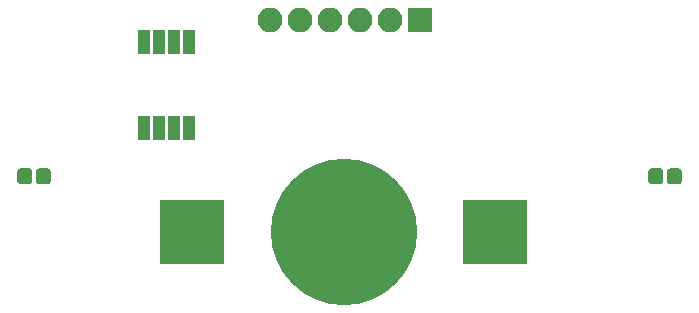
<source format=gbr>
G04 #@! TF.GenerationSoftware,KiCad,Pcbnew,(5.1.4)-1*
G04 #@! TF.CreationDate,2020-02-13T00:02:55-05:00*
G04 #@! TF.ProjectId,enemies,656e656d-6965-4732-9e6b-696361645f70,rev?*
G04 #@! TF.SameCoordinates,Original*
G04 #@! TF.FileFunction,Soldermask,Bot*
G04 #@! TF.FilePolarity,Negative*
%FSLAX46Y46*%
G04 Gerber Fmt 4.6, Leading zero omitted, Abs format (unit mm)*
G04 Created by KiCad (PCBNEW (5.1.4)-1) date 2020-02-13 00:02:55*
%MOMM*%
%LPD*%
G04 APERTURE LIST*
%ADD10R,1.050000X2.100000*%
%ADD11C,0.100000*%
%ADD12C,1.275000*%
%ADD13O,2.100000X2.100000*%
%ADD14R,2.100000X2.100000*%
%ADD15C,12.400000*%
%ADD16R,5.500000X5.500000*%
G04 APERTURE END LIST*
D10*
X118095000Y-95650000D03*
X119365000Y-95650000D03*
X120635000Y-95650000D03*
X121905000Y-95650000D03*
X121905000Y-88350000D03*
X120635000Y-88350000D03*
X119365000Y-88350000D03*
X118095000Y-88350000D03*
D11*
G36*
X109924993Y-99076535D02*
G01*
X109955935Y-99081125D01*
X109986278Y-99088725D01*
X110015730Y-99099263D01*
X110044008Y-99112638D01*
X110070838Y-99128719D01*
X110095963Y-99147353D01*
X110119140Y-99168360D01*
X110140147Y-99191537D01*
X110158781Y-99216662D01*
X110174862Y-99243492D01*
X110188237Y-99271770D01*
X110198775Y-99301222D01*
X110206375Y-99331565D01*
X110210965Y-99362507D01*
X110212500Y-99393750D01*
X110212500Y-100106250D01*
X110210965Y-100137493D01*
X110206375Y-100168435D01*
X110198775Y-100198778D01*
X110188237Y-100228230D01*
X110174862Y-100256508D01*
X110158781Y-100283338D01*
X110140147Y-100308463D01*
X110119140Y-100331640D01*
X110095963Y-100352647D01*
X110070838Y-100371281D01*
X110044008Y-100387362D01*
X110015730Y-100400737D01*
X109986278Y-100411275D01*
X109955935Y-100418875D01*
X109924993Y-100423465D01*
X109893750Y-100425000D01*
X109256250Y-100425000D01*
X109225007Y-100423465D01*
X109194065Y-100418875D01*
X109163722Y-100411275D01*
X109134270Y-100400737D01*
X109105992Y-100387362D01*
X109079162Y-100371281D01*
X109054037Y-100352647D01*
X109030860Y-100331640D01*
X109009853Y-100308463D01*
X108991219Y-100283338D01*
X108975138Y-100256508D01*
X108961763Y-100228230D01*
X108951225Y-100198778D01*
X108943625Y-100168435D01*
X108939035Y-100137493D01*
X108937500Y-100106250D01*
X108937500Y-99393750D01*
X108939035Y-99362507D01*
X108943625Y-99331565D01*
X108951225Y-99301222D01*
X108961763Y-99271770D01*
X108975138Y-99243492D01*
X108991219Y-99216662D01*
X109009853Y-99191537D01*
X109030860Y-99168360D01*
X109054037Y-99147353D01*
X109079162Y-99128719D01*
X109105992Y-99112638D01*
X109134270Y-99099263D01*
X109163722Y-99088725D01*
X109194065Y-99081125D01*
X109225007Y-99076535D01*
X109256250Y-99075000D01*
X109893750Y-99075000D01*
X109924993Y-99076535D01*
X109924993Y-99076535D01*
G37*
D12*
X109575000Y-99750000D03*
D11*
G36*
X108349993Y-99076535D02*
G01*
X108380935Y-99081125D01*
X108411278Y-99088725D01*
X108440730Y-99099263D01*
X108469008Y-99112638D01*
X108495838Y-99128719D01*
X108520963Y-99147353D01*
X108544140Y-99168360D01*
X108565147Y-99191537D01*
X108583781Y-99216662D01*
X108599862Y-99243492D01*
X108613237Y-99271770D01*
X108623775Y-99301222D01*
X108631375Y-99331565D01*
X108635965Y-99362507D01*
X108637500Y-99393750D01*
X108637500Y-100106250D01*
X108635965Y-100137493D01*
X108631375Y-100168435D01*
X108623775Y-100198778D01*
X108613237Y-100228230D01*
X108599862Y-100256508D01*
X108583781Y-100283338D01*
X108565147Y-100308463D01*
X108544140Y-100331640D01*
X108520963Y-100352647D01*
X108495838Y-100371281D01*
X108469008Y-100387362D01*
X108440730Y-100400737D01*
X108411278Y-100411275D01*
X108380935Y-100418875D01*
X108349993Y-100423465D01*
X108318750Y-100425000D01*
X107681250Y-100425000D01*
X107650007Y-100423465D01*
X107619065Y-100418875D01*
X107588722Y-100411275D01*
X107559270Y-100400737D01*
X107530992Y-100387362D01*
X107504162Y-100371281D01*
X107479037Y-100352647D01*
X107455860Y-100331640D01*
X107434853Y-100308463D01*
X107416219Y-100283338D01*
X107400138Y-100256508D01*
X107386763Y-100228230D01*
X107376225Y-100198778D01*
X107368625Y-100168435D01*
X107364035Y-100137493D01*
X107362500Y-100106250D01*
X107362500Y-99393750D01*
X107364035Y-99362507D01*
X107368625Y-99331565D01*
X107376225Y-99301222D01*
X107386763Y-99271770D01*
X107400138Y-99243492D01*
X107416219Y-99216662D01*
X107434853Y-99191537D01*
X107455860Y-99168360D01*
X107479037Y-99147353D01*
X107504162Y-99128719D01*
X107530992Y-99112638D01*
X107559270Y-99099263D01*
X107588722Y-99088725D01*
X107619065Y-99081125D01*
X107650007Y-99076535D01*
X107681250Y-99075000D01*
X108318750Y-99075000D01*
X108349993Y-99076535D01*
X108349993Y-99076535D01*
G37*
D12*
X108000000Y-99750000D03*
D11*
G36*
X161774993Y-99076535D02*
G01*
X161805935Y-99081125D01*
X161836278Y-99088725D01*
X161865730Y-99099263D01*
X161894008Y-99112638D01*
X161920838Y-99128719D01*
X161945963Y-99147353D01*
X161969140Y-99168360D01*
X161990147Y-99191537D01*
X162008781Y-99216662D01*
X162024862Y-99243492D01*
X162038237Y-99271770D01*
X162048775Y-99301222D01*
X162056375Y-99331565D01*
X162060965Y-99362507D01*
X162062500Y-99393750D01*
X162062500Y-100106250D01*
X162060965Y-100137493D01*
X162056375Y-100168435D01*
X162048775Y-100198778D01*
X162038237Y-100228230D01*
X162024862Y-100256508D01*
X162008781Y-100283338D01*
X161990147Y-100308463D01*
X161969140Y-100331640D01*
X161945963Y-100352647D01*
X161920838Y-100371281D01*
X161894008Y-100387362D01*
X161865730Y-100400737D01*
X161836278Y-100411275D01*
X161805935Y-100418875D01*
X161774993Y-100423465D01*
X161743750Y-100425000D01*
X161106250Y-100425000D01*
X161075007Y-100423465D01*
X161044065Y-100418875D01*
X161013722Y-100411275D01*
X160984270Y-100400737D01*
X160955992Y-100387362D01*
X160929162Y-100371281D01*
X160904037Y-100352647D01*
X160880860Y-100331640D01*
X160859853Y-100308463D01*
X160841219Y-100283338D01*
X160825138Y-100256508D01*
X160811763Y-100228230D01*
X160801225Y-100198778D01*
X160793625Y-100168435D01*
X160789035Y-100137493D01*
X160787500Y-100106250D01*
X160787500Y-99393750D01*
X160789035Y-99362507D01*
X160793625Y-99331565D01*
X160801225Y-99301222D01*
X160811763Y-99271770D01*
X160825138Y-99243492D01*
X160841219Y-99216662D01*
X160859853Y-99191537D01*
X160880860Y-99168360D01*
X160904037Y-99147353D01*
X160929162Y-99128719D01*
X160955992Y-99112638D01*
X160984270Y-99099263D01*
X161013722Y-99088725D01*
X161044065Y-99081125D01*
X161075007Y-99076535D01*
X161106250Y-99075000D01*
X161743750Y-99075000D01*
X161774993Y-99076535D01*
X161774993Y-99076535D01*
G37*
D12*
X161425000Y-99750000D03*
D11*
G36*
X163349993Y-99076535D02*
G01*
X163380935Y-99081125D01*
X163411278Y-99088725D01*
X163440730Y-99099263D01*
X163469008Y-99112638D01*
X163495838Y-99128719D01*
X163520963Y-99147353D01*
X163544140Y-99168360D01*
X163565147Y-99191537D01*
X163583781Y-99216662D01*
X163599862Y-99243492D01*
X163613237Y-99271770D01*
X163623775Y-99301222D01*
X163631375Y-99331565D01*
X163635965Y-99362507D01*
X163637500Y-99393750D01*
X163637500Y-100106250D01*
X163635965Y-100137493D01*
X163631375Y-100168435D01*
X163623775Y-100198778D01*
X163613237Y-100228230D01*
X163599862Y-100256508D01*
X163583781Y-100283338D01*
X163565147Y-100308463D01*
X163544140Y-100331640D01*
X163520963Y-100352647D01*
X163495838Y-100371281D01*
X163469008Y-100387362D01*
X163440730Y-100400737D01*
X163411278Y-100411275D01*
X163380935Y-100418875D01*
X163349993Y-100423465D01*
X163318750Y-100425000D01*
X162681250Y-100425000D01*
X162650007Y-100423465D01*
X162619065Y-100418875D01*
X162588722Y-100411275D01*
X162559270Y-100400737D01*
X162530992Y-100387362D01*
X162504162Y-100371281D01*
X162479037Y-100352647D01*
X162455860Y-100331640D01*
X162434853Y-100308463D01*
X162416219Y-100283338D01*
X162400138Y-100256508D01*
X162386763Y-100228230D01*
X162376225Y-100198778D01*
X162368625Y-100168435D01*
X162364035Y-100137493D01*
X162362500Y-100106250D01*
X162362500Y-99393750D01*
X162364035Y-99362507D01*
X162368625Y-99331565D01*
X162376225Y-99301222D01*
X162386763Y-99271770D01*
X162400138Y-99243492D01*
X162416219Y-99216662D01*
X162434853Y-99191537D01*
X162455860Y-99168360D01*
X162479037Y-99147353D01*
X162504162Y-99128719D01*
X162530992Y-99112638D01*
X162559270Y-99099263D01*
X162588722Y-99088725D01*
X162619065Y-99081125D01*
X162650007Y-99076535D01*
X162681250Y-99075000D01*
X163318750Y-99075000D01*
X163349993Y-99076535D01*
X163349993Y-99076535D01*
G37*
D12*
X163000000Y-99750000D03*
D13*
X128800000Y-86500000D03*
X131340000Y-86500000D03*
X133880000Y-86500000D03*
X136420000Y-86500000D03*
X138960000Y-86500000D03*
D14*
X141500000Y-86500000D03*
D15*
X135000000Y-104500000D03*
D16*
X122200000Y-104500000D03*
X147800000Y-104500000D03*
M02*

</source>
